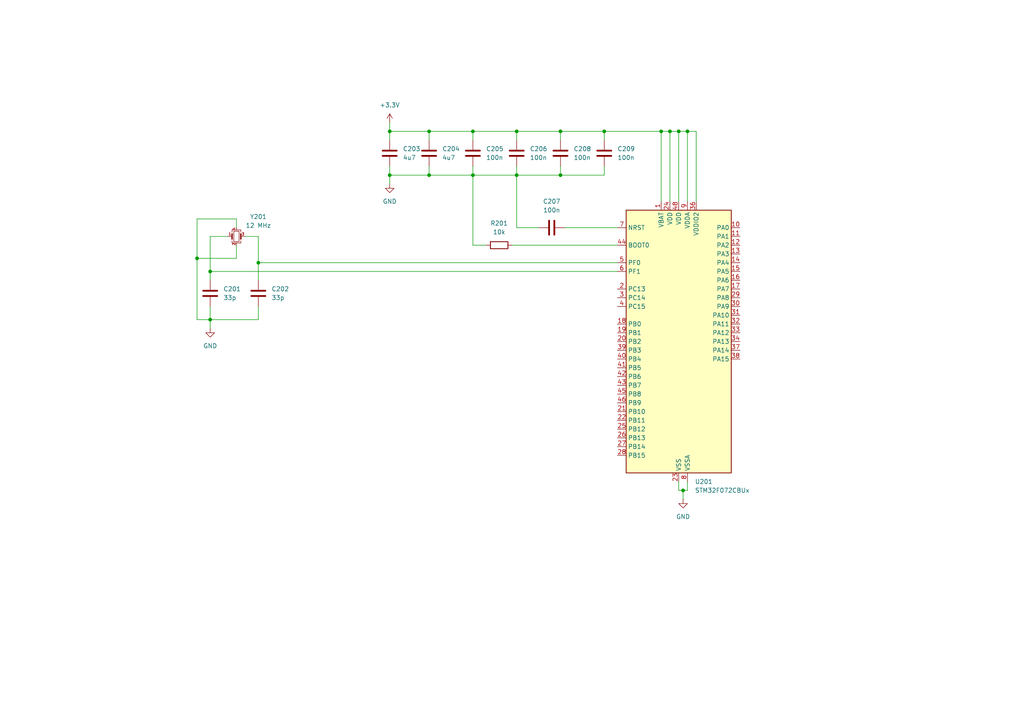
<source format=kicad_sch>
(kicad_sch (version 20250114) (generator "eeschema") (generator_version "9.0")
  (paper "A4")
  (lib_symbols
    (symbol "Device:C" (pin_numbers (hide yes)) (pin_names (offset 0.254))
      (property "Reference" "C" (at 0.635 2.54 0))
      (property "Value" "C" (at 0.635 -2.54 0))
      (symbol "C_0_1"
        (polyline (pts (xy -2.032 0.762) (xy 2.032 0.762)) (stroke (width 0.508)))
        (polyline (pts (xy -2.032 -0.762) (xy 2.032 -0.762)) (stroke (width 0.508)))
      )
      (symbol "C_1_1"
        (pin passive line (at 0 3.81 270) (length 2.794) (name "~") (number "1"))
        (pin passive line (at 0 -3.81 90) (length 2.794) (name "~") (number "2"))
      )
    )
    (symbol "Device:Crystal_GND24_Small" (pin_names (offset 1.016) (hide yes))
      (property "Reference" "Y" (at 1.27 4.445 0))
      (property "Value" "Crystal_GND24_Small" (at 1.27 2.54 0))
      (symbol "Crystal_GND24_Small_0_1"
        (polyline (pts (xy -1.27 1.27) (xy -1.27 1.905) (xy 1.27 1.905) (xy 1.27 1.27)))
        (polyline (pts (xy -1.27 -0.762) (xy -1.27 0.762)) (stroke (width 0.381)))
        (polyline (pts (xy -1.27 -1.27) (xy -1.27 -1.905) (xy 1.27 -1.905) (xy 1.27 -1.27)))
        (rectangle (start -0.762 -1.524) (end 0.762 1.524))
        (polyline (pts (xy 1.27 -0.762) (xy 1.27 0.762)) (stroke (width 0.381)))
      )
      (symbol "Crystal_GND24_Small_1_1"
        (pin passive line (at -2.54 0 0) (length 1.27) (name "1") (number "1"))
        (pin passive line (at 0 2.54 270) (length 0.635) (name "4") (number "4"))
        (pin passive line (at 0 -2.54 90) (length 0.635) (name "2") (number "2"))
        (pin passive line (at 2.54 0 180) (length 1.27) (name "3") (number "3"))
      )
    )
    (symbol "Device:R" (pin_numbers (hide yes)) (pin_names (offset 0))
      (property "Reference" "R" (at 2.032 0 90))
      (property "Value" "R" (at 0 0 90))
      (symbol "R_0_1"
        (rectangle (start -1.016 -2.54) (end 1.016 2.54) (stroke (width 0.254)))
      )
      (symbol "R_1_1"
        (pin passive line (at 0 3.81 270) (length 1.27) (name "~") (number "1"))
        (pin passive line (at 0 -3.81 90) (length 1.27) (name "~") (number "2"))
      )
    )
    (symbol "MCU_ST_STM32F0:STM32F072CBUx"
      (property "Reference" "U" (at -15.24 39.37 0))
      (property "Value" "STM32F072CBUx" (at 7.62 39.37 0))
      (symbol "STM32F072CBUx_0_1"
        (rectangle (start -15.24 -38.1) (end 15.24 38.1) (stroke (width 0.254)) (fill (type background)))
      )
      (symbol "STM32F072CBUx_1_1"
        (pin input line (at -17.78 33.02 0) (length 2.54) (name "NRST") (number "7"))
        (pin input line (at -17.78 27.94 0) (length 2.54) (name "BOOT0") (number "44"))
        (pin bidirectional line (at -17.78 22.86 0) (length 2.54) (name "PF0") (number "5"))
        (pin bidirectional line (at -17.78 20.32 0) (length 2.54) (name "PF1") (number "6"))
        (pin bidirectional line (at -17.78 15.24 0) (length 2.54) (name "PC13") (number "2"))
        (pin bidirectional line (at -17.78 12.7 0) (length 2.54) (name "PC14") (number "3"))
        (pin bidirectional line (at -17.78 10.16 0) (length 2.54) (name "PC15") (number "4"))
        (pin bidirectional line (at -17.78 5.08 0) (length 2.54) (name "PB0") (number "18"))
        (pin bidirectional line (at -17.78 2.54 0) (length 2.54) (name "PB1") (number "19"))
        (pin bidirectional line (at -17.78 0 0) (length 2.54) (name "PB2") (number "20"))
        (pin bidirectional line (at -17.78 -2.54 0) (length 2.54) (name "PB3") (number "39"))
        (pin bidirectional line (at -17.78 -5.08 0) (length 2.54) (name "PB4") (number "40"))
        (pin bidirectional line (at -17.78 -7.62 0) (length 2.54) (name "PB5") (number "41"))
        (pin bidirectional line (at -17.78 -10.16 0) (length 2.54) (name "PB6") (number "42"))
        (pin bidirectional line (at -17.78 -12.7 0) (length 2.54) (name "PB7") (number "43"))
        (pin bidirectional line (at -17.78 -15.24 0) (length 2.54) (name "PB8") (number "45"))
        (pin bidirectional line (at -17.78 -17.78 0) (length 2.54) (name "PB9") (number "46"))
        (pin bidirectional line (at -17.78 -20.32 0) (length 2.54) (name "PB10") (number "21"))
        (pin bidirectional line (at -17.78 -22.86 0) (length 2.54) (name "PB11") (number "22"))
        (pin bidirectional line (at -17.78 -25.4 0) (length 2.54) (name "PB12") (number "25"))
        (pin bidirectional line (at -17.78 -27.94 0) (length 2.54) (name "PB13") (number "26"))
        (pin bidirectional line (at -17.78 -30.48 0) (length 2.54) (name "PB14") (number "27"))
        (pin bidirectional line (at -17.78 -33.02 0) (length 2.54) (name "PB15") (number "28"))
        (pin power_in line (at -5.08 40.64 270) (length 2.54) (name "VBAT") (number "1"))
        (pin power_in line (at -2.54 40.64 270) (length 2.54) (name "VDD") (number "24"))
        (pin power_in line (at 0 40.64 270) (length 2.54) (name "VDD") (number "48"))
        (pin power_in line (at 0 -40.64 90) (length 2.54) (name "VSS") (number "23"))
        (pin passive line (at 0 -40.64 90) (length 2.54) (hide yes) (name "VSS") (number "35"))
        (pin passive line (at 0 -40.64 90) (length 2.54) (hide yes) (name "VSS") (number "47"))
        (pin passive line (at 0 -40.64 90) (length 2.54) (hide yes) (name "VSS") (number "49"))
        (pin power_in line (at 2.54 40.64 270) (length 2.54) (name "VDDA") (number "9"))
        (pin power_in line (at 2.54 -40.64 90) (length 2.54) (name "VSSA") (number "8"))
        (pin power_in line (at 5.08 40.64 270) (length 2.54) (name "VDDIO2") (number "36"))
        (pin bidirectional line (at 17.78 33.02 180) (length 2.54) (name "PA0") (number "10"))
        (pin bidirectional line (at 17.78 30.48 180) (length 2.54) (name "PA1") (number "11"))
        (pin bidirectional line (at 17.78 27.94 180) (length 2.54) (name "PA2") (number "12"))
        (pin bidirectional line (at 17.78 25.4 180) (length 2.54) (name "PA3") (number "13"))
        (pin bidirectional line (at 17.78 22.86 180) (length 2.54) (name "PA4") (number "14"))
        (pin bidirectional line (at 17.78 20.32 180) (length 2.54) (name "PA5") (number "15"))
        (pin bidirectional line (at 17.78 17.78 180) (length 2.54) (name "PA6") (number "16"))
        (pin bidirectional line (at 17.78 15.24 180) (length 2.54) (name "PA7") (number "17"))
        (pin bidirectional line (at 17.78 12.7 180) (length 2.54) (name "PA8") (number "29"))
        (pin bidirectional line (at 17.78 10.16 180) (length 2.54) (name "PA9") (number "30"))
        (pin bidirectional line (at 17.78 7.62 180) (length 2.54) (name "PA10") (number "31"))
        (pin bidirectional line (at 17.78 5.08 180) (length 2.54) (name "PA11") (number "32"))
        (pin bidirectional line (at 17.78 2.54 180) (length 2.54) (name "PA12") (number "33"))
        (pin bidirectional line (at 17.78 0 180) (length 2.54) (name "PA13") (number "34"))
        (pin bidirectional line (at 17.78 -2.54 180) (length 2.54) (name "PA14") (number "37"))
        (pin bidirectional line (at 17.78 -5.08 180) (length 2.54) (name "PA15") (number "38"))
      )
    )
    (symbol "power:+3.3V" (power) (pin_numbers (hide yes)) (pin_names (offset 0) (hide yes))
      (property "Value" "+3.3V" (at 0 3.556 0))
      (symbol "+3.3V_0_1"
        (polyline (pts (xy -0.762 1.27) (xy 0 2.54)))
        (polyline (pts (xy 0 2.54) (xy 0.762 1.27)))
        (polyline (pts (xy 0 0) (xy 0 2.54)))
      )
      (symbol "+3.3V_1_1"
        (pin power_in line (at 0 0 90) (length 0) (name "~") (number "1"))
      )
    )
    (symbol "power:GND" (power) (pin_numbers (hide yes)) (pin_names (offset 0) (hide yes))
      (property "Value" "GND" (at 0 -3.81 0))
      (symbol "GND_0_1"
        (polyline (pts (xy 0 0) (xy 0 -1.27) (xy 1.27 -1.27) (xy 0 -2.54) (xy -1.27 -1.27) (xy 0 -1.27)))
      )
      (symbol "GND_1_1"
        (pin power_in line (at 0 0 270) (length 0) (name "~") (number "1"))
      )
    )
  )
  (junction (at 137.16 50.8))
  (junction (at 124.46 38.1))
  (junction (at 124.46 50.8))
  (junction (at 199.39 38.1))
  (junction (at 149.86 50.8))
  (junction (at 191.77 38.1))
  (junction (at 198.12 142.24))
  (junction (at 60.96 78.74))
  (junction (at 74.93 76.2))
  (junction (at 162.56 50.8))
  (junction (at 60.96 92.71))
  (junction (at 194.31 38.1))
  (junction (at 137.16 38.1))
  (junction (at 113.03 38.1))
  (junction (at 57.15 74.93))
  (junction (at 149.86 38.1))
  (junction (at 113.03 50.8))
  (junction (at 175.26 38.1))
  (junction (at 196.85 38.1))
  (junction (at 162.56 38.1))
  (wire (pts (xy 124.46 50.8) (xy 113.03 50.8)))
  (wire (pts (xy 113.03 50.8) (xy 113.03 53.34)))
  (wire (pts (xy 60.96 78.74) (xy 60.96 81.28)))
  (wire (pts (xy 198.12 142.24) (xy 199.39 142.24)))
  (wire (pts (xy 199.39 142.24) (xy 199.39 139.7)))
  (wire (pts (xy 74.93 76.2) (xy 74.93 81.28)))
  (wire (pts (xy 196.85 38.1) (xy 199.39 38.1)))
  (wire (pts (xy 124.46 38.1) (xy 137.16 38.1)))
  (wire (pts (xy 57.15 63.5) (xy 57.15 74.93)))
  (wire (pts (xy 194.31 58.42) (xy 194.31 38.1)))
  (wire (pts (xy 198.12 142.24) (xy 198.12 144.78)))
  (wire (pts (xy 113.03 35.56) (xy 113.03 38.1)))
  (wire (pts (xy 149.86 38.1) (xy 149.86 40.64)))
  (wire (pts (xy 137.16 40.64) (xy 137.16 38.1)))
  (wire (pts (xy 199.39 38.1) (xy 201.93 38.1)))
  (wire (pts (xy 124.46 40.64) (xy 124.46 38.1)))
  (wire (pts (xy 137.16 50.8) (xy 124.46 50.8)))
  (wire (pts (xy 68.58 71.12) (xy 68.58 74.93)))
  (wire (pts (xy 162.56 48.26) (xy 162.56 50.8)))
  (wire (pts (xy 57.15 92.71) (xy 60.96 92.71)))
  (wire (pts (xy 194.31 38.1) (xy 196.85 38.1)))
  (wire (pts (xy 175.26 50.8) (xy 162.56 50.8)))
  (wire (pts (xy 201.93 38.1) (xy 201.93 58.42)))
  (wire (pts (xy 113.03 40.64) (xy 113.03 38.1)))
  (wire (pts (xy 68.58 63.5) (xy 57.15 63.5)))
  (wire (pts (xy 196.85 58.42) (xy 196.85 38.1)))
  (wire (pts (xy 196.85 142.24) (xy 198.12 142.24)))
  (wire (pts (xy 149.86 38.1) (xy 162.56 38.1)))
  (wire (pts (xy 199.39 38.1) (xy 199.39 58.42)))
  (wire (pts (xy 74.93 92.71) (xy 74.93 88.9)))
  (wire (pts (xy 60.96 78.74) (xy 60.96 68.58)))
  (wire (pts (xy 60.96 68.58) (xy 66.04 68.58)))
  (wire (pts (xy 60.96 92.71) (xy 74.93 92.71)))
  (wire (pts (xy 137.16 48.26) (xy 137.16 50.8)))
  (wire (pts (xy 113.03 38.1) (xy 124.46 38.1)))
  (wire (pts (xy 175.26 38.1) (xy 175.26 40.64)))
  (wire (pts (xy 140.97 71.12) (xy 137.16 71.12)))
  (wire (pts (xy 68.58 66.04) (xy 68.58 63.5)))
  (wire (pts (xy 137.16 50.8) (xy 149.86 50.8)))
  (wire (pts (xy 71.12 68.58) (xy 74.93 68.58)))
  (wire (pts (xy 74.93 68.58) (xy 74.93 76.2)))
  (wire (pts (xy 148.59 71.12) (xy 179.07 71.12)))
  (wire (pts (xy 191.77 38.1) (xy 194.31 38.1)))
  (wire (pts (xy 137.16 71.12) (xy 137.16 50.8)))
  (wire (pts (xy 137.16 38.1) (xy 149.86 38.1)))
  (wire (pts (xy 175.26 48.26) (xy 175.26 50.8)))
  (wire (pts (xy 162.56 38.1) (xy 162.56 40.64)))
  (wire (pts (xy 149.86 66.04) (xy 149.86 50.8)))
  (wire (pts (xy 60.96 78.74) (xy 179.07 78.74)))
  (wire (pts (xy 149.86 48.26) (xy 149.86 50.8)))
  (wire (pts (xy 149.86 50.8) (xy 162.56 50.8)))
  (wire (pts (xy 124.46 48.26) (xy 124.46 50.8)))
  (wire (pts (xy 191.77 58.42) (xy 191.77 38.1)))
  (wire (pts (xy 175.26 38.1) (xy 191.77 38.1)))
  (wire (pts (xy 60.96 88.9) (xy 60.96 92.71)))
  (wire (pts (xy 68.58 74.93) (xy 57.15 74.93)))
  (wire (pts (xy 57.15 74.93) (xy 57.15 92.71)))
  (wire (pts (xy 60.96 92.71) (xy 60.96 95.25)))
  (wire (pts (xy 113.03 48.26) (xy 113.03 50.8)))
  (wire (pts (xy 196.85 139.7) (xy 196.85 142.24)))
  (wire (pts (xy 162.56 38.1) (xy 175.26 38.1)))
  (wire (pts (xy 163.83 66.04) (xy 179.07 66.04)))
  (wire (pts (xy 74.93 76.2) (xy 179.07 76.2)))
  (wire (pts (xy 156.21 66.04) (xy 149.86 66.04)))
  (symbol (lib_id "Device:C") (at 137.16 44.45 0) (unit 1)
    (property "Reference" "C205" (at 140.97 43.1799 0) (effects (justify left)))
    (property "Value" "100n" (at 140.97 45.7199 0) (effects (justify left)))
    (property "Footprint" "Capacitor_SMD:C_0402_1005Metric" (effects (hide yes)))
    (property "Description" "Unpolarized capacitor" (effects (hide yes)))
  )
  (symbol (lib_id "Device:C") (at 124.46 44.45 0) (unit 1)
    (property "Reference" "C204" (at 128.27 43.1799 0) (effects (justify left)))
    (property "Value" "4u7" (at 128.27 45.7199 0) (effects (justify left)))
    (property "Footprint" "Capacitor_SMD:C_0402_1005Metric" (effects (hide yes)))
    (property "Description" "Unpolarized capacitor" (effects (hide yes)))
  )
  (symbol (lib_id "Device:Crystal_GND24_Small") (at 68.58 68.58 0) (unit 1)
    (property "Reference" "Y201" (at 74.93 62.8582 0))
    (property "Value" "12 MHz" (at 74.93 65.3982 0))
    (property "Footprint" "Crystal:Crystal_SMD_3225-4Pin_3.2x2.5mm" (effects (hide yes)))
    (property "Description" "Four pin crystal, GND on pins 2 and 4, small symbol" (effects (hide yes)))
  )
  (symbol (lib_id "Device:C") (at 175.26 44.45 0) (unit 1)
    (property "Reference" "C209" (at 179.07 43.1799 0) (effects (justify left)))
    (property "Value" "100n" (at 179.07 45.7199 0) (effects (justify left)))
    (property "Footprint" "Capacitor_SMD:C_0402_1005Metric" (effects (hide yes)))
    (property "Description" "Unpolarized capacitor" (effects (hide yes)))
  )
  (symbol (lib_id "MCU_ST_STM32F0:STM32F072CBUx") (at 196.85 99.06 0) (unit 1)
    (property "Reference" "U201" (at 201.5333 139.7 0) (effects (justify left)))
    (property "Value" "STM32F072CBUx" (at 201.5333 142.24 0) (effects (justify left)))
    (property "Footprint" "Package_DFN_QFN:QFN-48-1EP_7x7mm_P0.5mm_EP5.6x5.6mm" (effects (hide yes)))
    (property "Datasheet" "https://www.st.com/resource/en/datasheet/stm32f072cb.pdf" (effects (hide yes)))
    (property "Description" "STMicroelectronics Arm Cortex-M0 MCU, 128KB flash, 16KB RAM, 48 MHz, 2.0-3.6V, 37 GPIO, UFQFPN48" (effects (hide yes)))
  )
  (symbol (lib_id "Device:C") (at 160.02 66.04 90) (unit 1)
    (property "Reference" "C207" (at 160.02 58.42 90))
    (property "Value" "100n" (at 160.02 60.96 90))
    (property "Footprint" "Capacitor_SMD:C_0402_1005Metric" (effects (hide yes)))
    (property "Description" "Unpolarized capacitor" (effects (hide yes)))
  )
  (symbol (lib_id "power:+3.3V") (at 113.03 35.56 0) (unit 1)
    (property "Reference" "#PWR0202" (effects (hide yes)))
    (property "Value" "+3.3V" (at 113.03 30.48 0))
    (property "Description" "Power symbol creates a global label with name \"+3.3V\"" (effects (hide yes)))
  )
  (symbol (lib_id "Device:C") (at 113.03 44.45 0) (unit 1)
    (property "Reference" "C203" (at 116.84 43.1799 0) (effects (justify left)))
    (property "Value" "4u7" (at 116.84 45.7199 0) (effects (justify left)))
    (property "Footprint" "Capacitor_SMD:C_0402_1005Metric" (effects (hide yes)))
    (property "Description" "Unpolarized capacitor" (effects (hide yes)))
  )
  (symbol (lib_id "Device:C") (at 74.93 85.09 0) (unit 1)
    (property "Reference" "C202" (at 78.74 83.8199 0) (effects (justify left)))
    (property "Value" "33p" (at 78.74 86.3599 0) (effects (justify left)))
    (property "Footprint" "Capacitor_SMD:C_0402_1005Metric" (effects (hide yes)))
    (property "Description" "Unpolarized capacitor" (effects (hide yes)))
  )
  (symbol (lib_id "Device:C") (at 149.86 44.45 0) (unit 1)
    (property "Reference" "C206" (at 153.67 43.1799 0) (effects (justify left)))
    (property "Value" "100n" (at 153.67 45.7199 0) (effects (justify left)))
    (property "Footprint" "Capacitor_SMD:C_0402_1005Metric" (effects (hide yes)))
    (property "Description" "Unpolarized capacitor" (effects (hide yes)))
  )
  (symbol (lib_id "power:GND") (at 198.12 144.78 0) (unit 1)
    (property "Reference" "#PWR0204" (effects (hide yes)))
    (property "Value" "GND" (at 198.12 149.86 0))
    (property "Description" "Power symbol creates a global label with name \"GND\" , ground" (effects (hide yes)))
  )
  (symbol (lib_id "Device:C") (at 162.56 44.45 0) (unit 1)
    (property "Reference" "C208" (at 166.37 43.1799 0) (effects (justify left)))
    (property "Value" "100n" (at 166.37 45.7199 0) (effects (justify left)))
    (property "Footprint" "Capacitor_SMD:C_0402_1005Metric" (effects (hide yes)))
    (property "Description" "Unpolarized capacitor" (effects (hide yes)))
  )
  (symbol (lib_id "Device:C") (at 60.96 85.09 0) (unit 1)
    (property "Reference" "C201" (at 64.77 83.8199 0) (effects (justify left)))
    (property "Value" "33p" (at 64.77 86.3599 0) (effects (justify left)))
    (property "Footprint" "Capacitor_SMD:C_0402_1005Metric" (effects (hide yes)))
    (property "Description" "Unpolarized capacitor" (effects (hide yes)))
  )
  (symbol (lib_id "power:GND") (at 60.96 95.25 0) (unit 1)
    (property "Reference" "#PWR0201" (effects (hide yes)))
    (property "Value" "GND" (at 60.96 100.33 0))
    (property "Description" "Power symbol creates a global label with name \"GND\" , ground" (effects (hide yes)))
  )
  (symbol (lib_id "power:GND") (at 113.03 53.34 0) (unit 1)
    (property "Reference" "#PWR0203" (effects (hide yes)))
    (property "Value" "GND" (at 113.03 58.42 0))
    (property "Description" "Power symbol creates a global label with name \"GND\" , ground" (effects (hide yes)))
  )
  (symbol (lib_id "Device:R") (at 144.78 71.12 90) (unit 1)
    (property "Reference" "R201" (at 144.78 64.77 90))
    (property "Value" "10k" (at 144.78 67.31 90))
    (property "Footprint" "Resistor_SMD:R_0402_1005Metric" (effects (hide yes)))
    (property "Description" "Resistor" (effects (hide yes)))
  )
)
</source>
